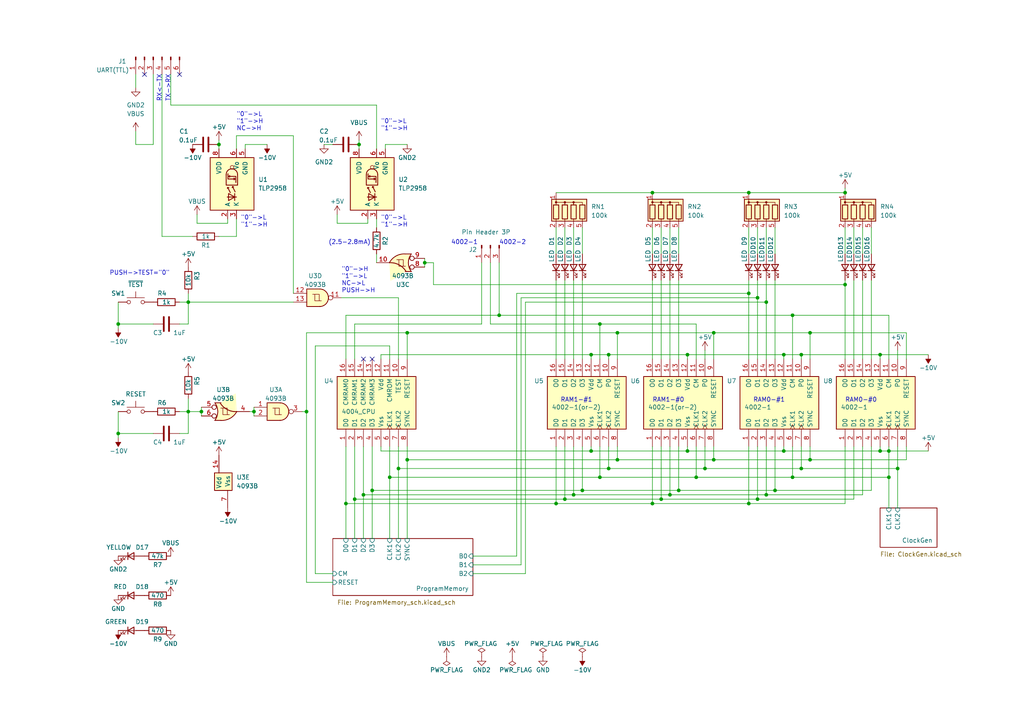
<source format=kicad_sch>
(kicad_sch (version 20211123) (generator eeschema)
  (paper "A4")
  (title_block (title "MSC-4 test board (test4004)") (date "2023-02-20") (rev "0.2") (company "MukaiLab") (comment 1 "rev 0.2") (comment 2 "pin header for selecting 4002-1 or 4002-2 added") (comment 3 "PM bank by RAM0-#1 port added"))
  (lib_symbols
    (symbol "000_MyLibrary:4002_RAM"
      (property "Reference" "U" (at -6.35 13.97 0))
      (property "Value" "4002_RAM" (at 0 11.43 0))
      (symbol "4002_RAM_1_0"
        (pin bidirectional line (at -12.7 7.62 0) (length 5.08) (name "D0") (number "1"))
        (pin input line (at 12.7 -7.62 180) (length 5.08) (name "P0") (number "10"))
        (pin input line (at 12.7 -5.08 180) (length 5.08) (name "CM") (number "11"))
        (pin power_in line (at 12.7 -2.54 180) (length 5.08) (name "Vdd") (number "12"))
        (pin output line (at 12.7 0 180) (length 5.08) (name "O3") (number "13"))
        (pin output line (at 12.7 2.54 180) (length 5.08) (name "O2") (number "14"))
        (pin output line (at 12.7 5.08 180) (length 5.08) (name "O1") (number "15"))
        (pin output line (at 12.7 7.62 180) (length 5.08) (name "O0") (number "16"))
        (pin bidirectional line (at -12.7 5.08 0) (length 5.08) (name "D1") (number "2"))
        (pin bidirectional line (at -12.7 2.54 0) (length 5.08) (name "D2") (number "3"))
        (pin bidirectional line (at -12.7 0 0) (length 5.08) (name "D3") (number "4"))
        (pin power_in line (at -12.7 -2.54 0) (length 5.08) (name "Vss") (number "5"))
        (pin input clock (at -12.7 -5.08 0) (length 5.08) (name "CLK1") (number "6"))
        (pin input clock (at -12.7 -7.62 0) (length 5.08) (name "CLK2") (number "7"))
        (pin input line (at -12.7 -10.16 0) (length 5.08) (name "SYNC") (number "8"))
        (pin input line (at 12.7 -10.16 180) (length 5.08) (name "RESET") (number "9"))
      )
    )
    (symbol "000_MyLibrary:4004_CPU"
      (property "Reference" "U" (at -7.62 13.97 0))
      (property "Value" "4004_CPU" (at 0 11.43 0))
      (symbol "4004_CPU_1_0"
        (pin bidirectional line (at -12.7 7.62 0) (length 5.08) (name "D0") (number "1"))
        (pin input line (at 12.7 -7.62 180) (length 5.08) (name "TEST") (number "10"))
        (pin output line (at 12.7 -5.08 180) (length 5.08) (name "CMROM") (number "11"))
        (pin power_in line (at 12.7 -2.54 180) (length 5.08) (name "Vdd") (number "12"))
        (pin output line (at 12.7 0 180) (length 5.08) (name "CMRAM3") (number "13"))
        (pin output line (at 12.7 2.54 180) (length 5.08) (name "CMRAM2") (number "14"))
        (pin output line (at 12.7 5.08 180) (length 5.08) (name "CMRAM1") (number "15"))
        (pin output line (at 12.7 7.62 180) (length 5.08) (name "CMRAM0") (number "16"))
        (pin bidirectional line (at -12.7 5.08 0) (length 5.08) (name "D1") (number "2"))
        (pin bidirectional line (at -12.7 2.54 0) (length 5.08) (name "D2") (number "3"))
        (pin bidirectional line (at -12.7 0 0) (length 5.08) (name "D3") (number "4"))
        (pin power_in line (at -12.7 -2.54 0) (length 5.08) (name "Vss") (number "5"))
        (pin input clock (at -12.7 -5.08 0) (length 5.08) (name "CLK1") (number "6"))
        (pin input clock (at -12.7 -7.62 0) (length 5.08) (name "CLK2") (number "7"))
        (pin output line (at -12.7 -10.16 0) (length 5.08) (name "SYNC") (number "8"))
        (pin input line (at 12.7 -10.16 180) (length 5.08) (name "RESET") (number "9"))
      )
    )
    (symbol "000_MyLibrary:4093B" (pin_names (offset 1.016))
      (property "Reference" "U" (at -1.27 6.35 0))
      (property "Value" "4093B" (at 1.27 3.81 0))
      (symbol "4093B_1_1"
        (pin input line (at -7.62 1.27 0) (length 3.81) (name "~") (number "1"))
        (pin input line (at -7.62 -1.27 0) (length 3.81) (name "~") (number "2"))
        (pin output inverted (at 6.35 0 180) (length 3.81) (name "~") (number "3"))
      )
      (symbol "4093B_1_2"
        (pin input inverted (at -7.62 1.27 0) (length 4.318) (name "~") (number "1"))
        (pin input inverted (at -7.62 -1.27 0) (length 4.318) (name "~") (number "2"))
        (pin output line (at 6.35 0 180) (length 3.81) (name "~") (number "3"))
      )
      (symbol "4093B_2_1"
        (pin output inverted (at 6.35 0 180) (length 3.81) (name "~") (number "4"))
        (pin input line (at -7.62 1.27 0) (length 3.81) (name "~") (number "5"))
        (pin input line (at -7.62 -1.27 0) (length 3.81) (name "~") (number "6"))
      )
      (symbol "4093B_2_2"
        (pin output line (at 6.35 0 180) (length 3.81) (name "~") (number "4"))
        (pin input inverted (at -7.62 1.27 0) (length 4.318) (name "~") (number "5"))
        (pin input inverted (at -7.62 -1.27 0) (length 4.318) (name "~") (number "6"))
      )
      (symbol "4093B_3_1"
        (pin output inverted (at 6.35 0 180) (length 3.81) (name "~") (number "10"))
        (pin input line (at -7.62 1.27 0) (length 3.81) (name "~") (number "8"))
        (pin input line (at -7.62 -1.27 0) (length 3.81) (name "~") (number "9"))
      )
      (symbol "4093B_3_2"
        (pin output line (at 6.35 0 180) (length 3.81) (name "~") (number "10"))
        (pin input inverted (at -7.62 1.27 0) (length 4.318) (name "~") (number "8"))
        (pin input inverted (at -7.62 -1.27 0) (length 4.318) (name "~") (number "9"))
      )
      (symbol "4093B_4_1"
        (pin output inverted (at 6.35 0 180) (length 3.81) (name "~") (number "11"))
        (pin input line (at -7.62 1.27 0) (length 3.81) (name "~") (number "12"))
        (pin input line (at -7.62 -1.27 0) (length 3.81) (name "~") (number "13"))
      )
      (symbol "4093B_4_2"
        (pin output line (at 6.35 0 180) (length 3.81) (name "~") (number "11"))
        (pin input inverted (at -7.62 1.27 0) (length 4.318) (name "~") (number "12"))
        (pin input inverted (at -7.62 -1.27 0) (length 4.318) (name "~") (number "13"))
      )
      (symbol "4093B_5_0"
        (pin power_in line (at -1.27 7.62 270) (length 5.08) (name "Vdd") (number "14"))
        (pin power_in line (at 1.27 -7.62 90) (length 5.08) (name "Vss") (number "7"))
      )
    )
    (symbol "000_MyLibrary:C" (pin_numbers hide) (pin_names (offset 0.254))
      (property "Reference" "C" (at 0.635 2.54 0))
      (property "Value" "C" (at 0.635 -2.54 0))
      (symbol "C_1_1"
        (pin passive line (at 0 3.81 270) (length 2.794) (name "~") (number "1"))
        (pin passive line (at 0 -3.81 90) (length 2.794) (name "~") (number "2"))
      )
    )
    (symbol "000_MyLibrary:Conn_01x03_Male" (pin_names (offset 1.016) hide)
      (property "Reference" "J" (at 0 5.08 0))
      (property "Value" "Conn_01x03_Male" (at 0 -5.08 0))
      (symbol "Conn_01x03_Male_1_1"
        (pin passive line (at 5.08 2.54 180) (length 3.81) (name "Pin_1") (number "1"))
        (pin passive line (at 5.08 0 180) (length 3.81) (name "Pin_2") (number "2"))
        (pin passive line (at 5.08 -2.54 180) (length 3.81) (name "Pin_3") (number "3"))
      )
    )
    (symbol "000_MyLibrary:LED" (pin_numbers hide) (pin_names (offset 1.016) hide)
      (property "Reference" "D" (at 0.254 2.54 0))
      (property "Value" "LED" (at 0.254 -2.54 0))
      (symbol "LED_1_1"
        (pin passive line (at -3.81 0 0) (length 2.54) (name "K") (number "1"))
        (pin passive line (at 3.81 0 180) (length 2.54) (name "A") (number "2"))
      )
    )
    (symbol "000_MyLibrary:R" (pin_numbers hide) (pin_names (offset 0))
      (property "Reference" "R" (at 2.032 0 90))
      (property "Value" "R" (at 0 0 90))
      (symbol "R_1_1"
        (pin passive line (at 0 3.81 270) (length 1.27) (name "~") (number "1"))
        (pin passive line (at 0 -3.81 90) (length 1.27) (name "~") (number "2"))
      )
    )
    (symbol "000_MyLibrary:SW_Push" (pin_numbers hide) (pin_names (offset 1.016) hide)
      (property "Reference" "SW" (at 1.27 2.54 0))
      (property "Value" "SW_Push" (at 0 -1.524 0))
      (symbol "SW_Push_0_1"
        (pin passive line (at -5.08 0 0) (length 2.54) (name "1") (number "1"))
        (pin passive line (at 5.08 0 180) (length 2.54) (name "2") (number "2"))
      )
    )
    (symbol "000_MyLibrary:TLP2958" (pin_names (offset 1.016))
      (property "Reference" "U" (at -6.35 8.89 0))
      (property "Value" "TLP2958" (at 3.81 8.89 0))
      (symbol "TLP2958_1_1"
        (pin no_connect line (at -10.16 5.08 0) (length 2.54) hide (name "NC") (number "1"))
        (pin passive line (at -10.16 2.54 0) (length 2.54) (name "A") (number "2"))
        (pin passive line (at -10.16 0 0) (length 2.54) (name "K") (number "3"))
        (pin no_connect line (at -10.16 -2.54 0) (length 2.54) hide (name "NC") (number "4"))
        (pin power_in line (at 10.16 -2.54 180) (length 2.54) (name "GND") (number "5"))
        (pin output line (at 10.16 0 180) (length 2.54) (name "Vo") (number "6"))
        (pin no_connect line (at 10.16 2.54 180) (length 2.54) hide (name "NC") (number "7"))
        (pin power_in line (at 10.16 5.08 180) (length 2.54) (name "VDD") (number "8"))
      )
    )
    (symbol "Connector:Conn_01x06_Male" (pin_names (offset 1.016) hide)
      (property "Reference" "J" (at 0 7.62 0))
      (property "Value" "Conn_01x06_Male" (at 0 -10.16 0))
      (symbol "Conn_01x06_Male_1_1"
        (pin passive line (at 5.08 5.08 180) (length 3.81) (name "Pin_1") (number "1"))
        (pin passive line (at 5.08 2.54 180) (length 3.81) (name "Pin_2") (number "2"))
        (pin passive line (at 5.08 0 180) (length 3.81) (name "Pin_3") (number "3"))
        (pin passive line (at 5.08 -2.54 180) (length 3.81) (name "Pin_4") (number "4"))
        (pin passive line (at 5.08 -5.08 180) (length 3.81) (name "Pin_5") (number "5"))
        (pin passive line (at 5.08 -7.62 180) (length 3.81) (name "Pin_6") (number "6"))
      )
    )
    (symbol "Device:R_Network04" (pin_names (offset 0) hide)
      (property "Reference" "RN" (at -7.62 0 90))
      (property "Value" "R_Network04" (at 5.08 0 90))
      (symbol "R_Network04_1_1"
        (pin passive line (at -5.08 5.08 270) (length 2.54) (name "common") (number "1"))
        (pin passive line (at -5.08 -5.08 90) (length 1.27) (name "R1") (number "2"))
        (pin passive line (at -2.54 -5.08 90) (length 1.27) (name "R2") (number "3"))
        (pin passive line (at 0 -5.08 90) (length 1.27) (name "R3") (number "4"))
        (pin passive line (at 2.54 -5.08 90) (length 1.27) (name "R4") (number "5"))
      )
    )
    (symbol "power:+5V" (power) (pin_names (offset 0))
      (property "Value" "+5V" (at 0 3.556 0))
      (symbol "+5V_1_1"
        (pin power_in line (at 0 0 90) (length 0) hide (name "+5V") (number "1"))
      )
    )
    (symbol "power:-10V" (power) (pin_names (offset 0))
      (property "Value" "-10V" (at 0 3.81 0))
      (symbol "-10V_0_0"
        (pin power_in line (at 0 0 90) (length 0) hide (name "-10V") (number "1"))
      )
    )
    (symbol "power:GND" (power) (pin_names (offset 0))
      (property "Value" "GND" (at 0 -3.81 0))
      (symbol "GND_1_1"
        (pin power_in line (at 0 0 270) (length 0) hide (name "GND") (number "1"))
      )
    )
    (symbol "power:GND2" (power) (pin_names (offset 0))
      (property "Value" "GND2" (at 0 -3.81 0))
      (symbol "GND2_1_1"
        (pin power_in line (at 0 0 270) (length 0) hide (name "GND2") (number "1"))
      )
    )
    (symbol "power:PWR_FLAG" (power) (pin_numbers hide) (pin_names (offset 0) hide)
      (property "Value" "PWR_FLAG" (at 0 3.81 0))
      (symbol "PWR_FLAG_0_0"
        (pin power_out line (at 0 0 90) (length 0) (name "pwr") (number "1"))
      )
    )
    (symbol "power:VBUS" (power) (pin_names (offset 0))
      (property "Value" "VBUS" (at 0 3.81 0))
      (symbol "VBUS_1_1"
        (pin power_in line (at 0 0 90) (length 0) hide (name "VBUS") (number "1"))
      )
    )
  )
  (junction (at 232.41 102.87))
  (junction (at 176.53 102.87))
  (junction (at 257.81 138.43))
  (junction (at 255.27 102.87))
  (junction (at 54.61 87.63))
  (junction (at 171.45 130.81))
  (junction (at 222.25 87.63))
  (junction (at 179.07 96.52))
  (junction (at 207.01 133.35))
  (junction (at 189.23 55.88))
  (junction (at 107.95 142.24))
  (junction (at 204.47 135.89))
  (junction (at 257.81 130.81))
  (junction (at 194.31 143.51))
  (junction (at 113.03 138.43))
  (junction (at 219.71 144.78))
  (junction (at 179.07 133.35))
  (junction (at 105.41 143.51))
  (junction (at 260.35 135.89))
  (junction (at 173.99 138.43))
  (junction (at 88.9 119.38))
  (junction (at 54.61 119.38))
  (junction (at 234.95 96.52))
  (junction (at 100.33 146.05))
  (junction (at 191.77 144.78))
  (junction (at 166.37 143.51))
  (junction (at 118.11 133.35))
  (junction (at 227.33 130.81))
  (junction (at 173.99 93.98))
  (junction (at 58.42 119.38))
  (junction (at 73.66 119.38))
  (junction (at 123.19 76.2))
  (junction (at 201.93 138.43))
  (junction (at 245.11 82.55))
  (junction (at 102.87 144.78))
  (junction (at 104.14 41.91))
  (junction (at 229.87 91.44))
  (junction (at 199.39 102.87))
  (junction (at 217.17 55.88))
  (junction (at 34.29 125.73))
  (junction (at 176.53 135.89))
  (junction (at 199.39 130.81))
  (junction (at 171.45 102.87))
  (junction (at 161.29 146.05))
  (junction (at 224.79 142.24))
  (junction (at 219.71 86.36))
  (junction (at 115.57 135.89))
  (junction (at 163.83 144.78))
  (junction (at 234.95 133.35))
  (junction (at 227.33 102.87))
  (junction (at 245.11 55.88))
  (junction (at 229.87 138.43))
  (junction (at 168.91 142.24))
  (junction (at 144.78 91.44))
  (junction (at 63.5 41.91))
  (junction (at 232.41 135.89))
  (junction (at 217.17 85.09))
  (junction (at 207.01 96.52))
  (junction (at 196.85 142.24))
  (junction (at 222.25 143.51))
  (junction (at 118.11 96.52))
  (junction (at 255.27 130.81))
  (junction (at 189.23 146.05))
  (junction (at 34.29 93.98))
  (junction (at 217.17 146.05))
  (no_connect (at 105.41 104.14))
  (no_connect (at 41.91 21.59))
  (no_connect (at 52.07 21.59))
  (no_connect (at 107.95 104.14))
  (wire (pts (xy 191.77 129.54) (xy 191.77 144.78)))
  (wire (pts (xy 106.68 64.77) (xy 106.68 63.5)))
  (wire (pts (xy 168.91 81.28) (xy 168.91 104.14)))
  (wire (pts (xy 217.17 66.04) (xy 217.17 73.66)))
  (wire (pts (xy 107.95 142.24) (xy 168.91 142.24)))
  (wire (pts (xy 232.41 129.54) (xy 232.41 135.89)))
  (wire (pts (xy 137.16 166.37) (xy 152.4 166.37)))
  (wire (pts (xy 113.03 104.14) (xy 113.03 100.33)))
  (wire (pts (xy 199.39 130.81) (xy 227.33 130.81)))
  (wire (pts (xy 250.19 129.54) (xy 250.19 143.51)))
  (wire (pts (xy 189.23 55.88) (xy 217.17 55.88)))
  (wire (pts (xy 111.76 41.91) (xy 118.11 41.91)))
  (wire (pts (xy 222.25 66.04) (xy 222.25 73.66)))
  (wire (pts (xy 107.95 129.54) (xy 107.95 142.24)))
  (wire (pts (xy 222.25 87.63) (xy 222.25 104.14)))
  (wire (pts (xy 257.81 138.43) (xy 257.81 147.32)))
  (wire (pts (xy 245.11 66.04) (xy 245.11 73.66)))
  (wire (pts (xy 142.24 93.98) (xy 173.99 93.98)))
  (wire (pts (xy 222.25 87.63) (xy 152.4 87.63)))
  (wire (pts (xy 115.57 135.89) (xy 115.57 156.21)))
  (wire (pts (xy 245.11 129.54) (xy 245.11 146.05)))
  (wire (pts (xy 255.27 102.87) (xy 269.24 102.87)))
  (wire (pts (xy 173.99 129.54) (xy 173.99 138.43)))
  (wire (pts (xy 57.15 64.77) (xy 66.04 64.77)))
  (wire (pts (xy 204.47 129.54) (xy 204.47 135.89)))
  (wire (pts (xy 110.49 102.87) (xy 110.49 104.14)))
  (wire (pts (xy 99.06 86.36) (xy 115.57 86.36)))
  (wire (pts (xy 58.42 119.38) (xy 58.42 120.65)))
  (wire (pts (xy 118.11 96.52) (xy 179.07 96.52)))
  (wire (pts (xy 173.99 138.43) (xy 201.93 138.43)))
  (wire (pts (xy 68.58 39.37) (xy 68.58 43.18)))
  (wire (pts (xy 109.22 63.5) (xy 109.22 66.04)))
  (wire (pts (xy 199.39 129.54) (xy 199.39 130.81)))
  (wire (pts (xy 123.19 74.93) (xy 123.19 76.2)))
  (wire (pts (xy 168.91 129.54) (xy 168.91 142.24)))
  (wire (pts (xy 85.09 39.37) (xy 85.09 85.09)))
  (wire (pts (xy 96.52 41.91) (xy 93.98 41.91)))
  (wire (pts (xy 88.9 119.38) (xy 88.9 168.91)))
  (wire (pts (xy 229.87 138.43) (xy 257.81 138.43)))
  (wire (pts (xy 247.65 129.54) (xy 247.65 144.78)))
  (wire (pts (xy 161.29 129.54) (xy 161.29 146.05)))
  (wire (pts (xy 161.29 55.88) (xy 189.23 55.88)))
  (wire (pts (xy 176.53 102.87) (xy 176.53 104.14)))
  (wire (pts (xy 201.93 93.98) (xy 201.93 104.14)))
  (wire (pts (xy 217.17 85.09) (xy 217.17 104.14)))
  (wire (pts (xy 34.29 125.73) (xy 44.45 125.73)))
  (wire (pts (xy 247.65 81.28) (xy 247.65 104.14)))
  (wire (pts (xy 54.61 87.63) (xy 85.09 87.63)))
  (wire (pts (xy 52.07 87.63) (xy 54.61 87.63)))
  (wire (pts (xy 34.29 127) (xy 34.29 125.73)))
  (wire (pts (xy 125.73 82.55) (xy 125.73 76.2)))
  (wire (pts (xy 73.66 118.11) (xy 73.66 119.38)))
  (wire (pts (xy 109.22 73.66) (xy 109.22 76.2)))
  (wire (pts (xy 68.58 39.37) (xy 85.09 39.37)))
  (wire (pts (xy 260.35 129.54) (xy 260.35 135.89)))
  (wire (pts (xy 219.71 129.54) (xy 219.71 144.78)))
  (wire (pts (xy 139.7 76.2) (xy 139.7 93.98)))
  (wire (pts (xy 219.71 86.36) (xy 219.71 104.14)))
  (wire (pts (xy 100.33 91.44) (xy 144.78 91.44)))
  (wire (pts (xy 68.58 63.5) (xy 68.58 68.58)))
  (wire (pts (xy 109.22 30.48) (xy 109.22 43.18)))
  (wire (pts (xy 125.73 82.55) (xy 245.11 82.55)))
  (wire (pts (xy 58.42 118.11) (xy 58.42 119.38)))
  (wire (pts (xy 257.81 129.54) (xy 257.81 130.81)))
  (wire (pts (xy 100.33 129.54) (xy 100.33 146.05)))
  (wire (pts (xy 257.81 91.44) (xy 229.87 91.44)))
  (wire (pts (xy 72.39 119.38) (xy 73.66 119.38)))
  (wire (pts (xy 166.37 129.54) (xy 166.37 143.51)))
  (wire (pts (xy 176.53 129.54) (xy 176.53 135.89)))
  (wire (pts (xy 144.78 91.44) (xy 229.87 91.44)))
  (wire (pts (xy 161.29 146.05) (xy 189.23 146.05)))
  (wire (pts (xy 232.41 102.87) (xy 232.41 104.14)))
  (wire (pts (xy 207.01 96.52) (xy 207.01 104.14)))
  (wire (pts (xy 196.85 129.54) (xy 196.85 142.24)))
  (wire (pts (xy 204.47 135.89) (xy 232.41 135.89)))
  (wire (pts (xy 173.99 93.98) (xy 201.93 93.98)))
  (wire (pts (xy 179.07 96.52) (xy 207.01 96.52)))
  (wire (pts (xy 224.79 129.54) (xy 224.79 142.24)))
  (wire (pts (xy 39.37 41.91) (xy 44.45 41.91)))
  (wire (pts (xy 191.77 81.28) (xy 191.77 104.14)))
  (wire (pts (xy 54.61 125.73) (xy 54.61 119.38)))
  (wire (pts (xy 166.37 143.51) (xy 194.31 143.51)))
  (wire (pts (xy 227.33 102.87) (xy 227.33 104.14)))
  (wire (pts (xy 91.44 166.37) (xy 96.52 166.37)))
  (wire (pts (xy 229.87 91.44) (xy 229.87 104.14)))
  (wire (pts (xy 100.33 146.05) (xy 100.33 156.21)))
  (wire (pts (xy 54.61 93.98) (xy 54.61 87.63)))
  (wire (pts (xy 46.99 21.59) (xy 46.99 68.58)))
  (wire (pts (xy 232.41 102.87) (xy 255.27 102.87)))
  (wire (pts (xy 100.33 91.44) (xy 100.33 104.14)))
  (wire (pts (xy 71.12 41.91) (xy 71.12 43.18)))
  (wire (pts (xy 163.83 66.04) (xy 163.83 73.66)))
  (wire (pts (xy 168.91 66.04) (xy 168.91 73.66)))
  (wire (pts (xy 52.07 125.73) (xy 54.61 125.73)))
  (wire (pts (xy 39.37 21.59) (xy 39.37 25.4)))
  (wire (pts (xy 113.03 138.43) (xy 173.99 138.43)))
  (wire (pts (xy 152.4 87.63) (xy 152.4 166.37)))
  (wire (pts (xy 163.83 81.28) (xy 163.83 104.14)))
  (wire (pts (xy 219.71 66.04) (xy 219.71 73.66)))
  (wire (pts (xy 166.37 66.04) (xy 166.37 73.66)))
  (wire (pts (xy 149.86 85.09) (xy 149.86 161.29)))
  (wire (pts (xy 199.39 102.87) (xy 199.39 104.14)))
  (wire (pts (xy 227.33 129.54) (xy 227.33 130.81)))
  (wire (pts (xy 252.73 81.28) (xy 252.73 104.14)))
  (wire (pts (xy 168.91 142.24) (xy 196.85 142.24)))
  (wire (pts (xy 234.95 96.52) (xy 262.89 96.52)))
  (wire (pts (xy 189.23 66.04) (xy 189.23 73.66)))
  (wire (pts (xy 224.79 142.24) (xy 252.73 142.24)))
  (wire (pts (xy 191.77 66.04) (xy 191.77 73.66)))
  (wire (pts (xy 44.45 21.59) (xy 44.45 41.91)))
  (wire (pts (xy 88.9 96.52) (xy 88.9 119.38)))
  (wire (pts (xy 252.73 129.54) (xy 252.73 142.24)))
  (wire (pts (xy 219.71 81.28) (xy 219.71 86.36)))
  (wire (pts (xy 250.19 66.04) (xy 250.19 73.66)))
  (wire (pts (xy 196.85 142.24) (xy 224.79 142.24)))
  (wire (pts (xy 163.83 144.78) (xy 191.77 144.78)))
  (wire (pts (xy 234.95 133.35) (xy 262.89 133.35)))
  (wire (pts (xy 139.7 93.98) (xy 102.87 93.98)))
  (wire (pts (xy 207.01 96.52) (xy 234.95 96.52)))
  (wire (pts (xy 113.03 138.43) (xy 113.03 156.21)))
  (wire (pts (xy 179.07 96.52) (xy 179.07 104.14)))
  (wire (pts (xy 250.19 81.28) (xy 250.19 104.14)))
  (wire (pts (xy 100.33 146.05) (xy 161.29 146.05)))
  (wire (pts (xy 54.61 119.38) (xy 58.42 119.38)))
  (wire (pts (xy 151.13 163.83) (xy 137.16 163.83)))
  (wire (pts (xy 247.65 66.04) (xy 247.65 73.66)))
  (wire (pts (xy 88.9 96.52) (xy 118.11 96.52)))
  (wire (pts (xy 224.79 81.28) (xy 224.79 104.14)))
  (wire (pts (xy 102.87 129.54) (xy 102.87 144.78)))
  (wire (pts (xy 194.31 129.54) (xy 194.31 143.51)))
  (wire (pts (xy 207.01 133.35) (xy 234.95 133.35)))
  (wire (pts (xy 142.24 76.2) (xy 142.24 93.98)))
  (wire (pts (xy 222.25 81.28) (xy 222.25 87.63)))
  (wire (pts (xy 262.89 96.52) (xy 262.89 104.14)))
  (wire (pts (xy 88.9 168.91) (xy 96.52 168.91)))
  (wire (pts (xy 255.27 129.54) (xy 255.27 130.81)))
  (wire (pts (xy 201.93 138.43) (xy 229.87 138.43)))
  (wire (pts (xy 189.23 81.28) (xy 189.23 104.14)))
  (wire (pts (xy 102.87 144.78) (xy 102.87 156.21)))
  (wire (pts (xy 245.11 82.55) (xy 245.11 104.14)))
  (wire (pts (xy 194.31 81.28) (xy 194.31 104.14)))
  (wire (pts (xy 66.04 64.77) (xy 66.04 63.5)))
  (wire (pts (xy 232.41 135.89) (xy 260.35 135.89)))
  (wire (pts (xy 171.45 102.87) (xy 171.45 104.14)))
  (wire (pts (xy 118.11 133.35) (xy 118.11 156.21)))
  (wire (pts (xy 73.66 119.38) (xy 73.66 120.65)))
  (wire (pts (xy 54.61 85.09) (xy 54.61 87.63)))
  (wire (pts (xy 262.89 129.54) (xy 262.89 133.35)))
  (wire (pts (xy 105.41 143.51) (xy 166.37 143.51)))
  (wire (pts (xy 68.58 68.58) (xy 63.5 68.58)))
  (wire (pts (xy 39.37 38.1) (xy 39.37 41.91)))
  (wire (pts (xy 34.29 93.98) (xy 34.29 95.25)))
  (wire (pts (xy 149.86 161.29) (xy 137.16 161.29)))
  (wire (pts (xy 257.81 130.81) (xy 269.24 130.81)))
  (wire (pts (xy 34.29 93.98) (xy 44.45 93.98)))
  (wire (pts (xy 217.17 85.09) (xy 149.86 85.09)))
  (wire (pts (xy 245.11 81.28) (xy 245.11 82.55)))
  (wire (pts (xy 63.5 40.64) (xy 63.5 41.91)))
  (wire (pts (xy 222.25 129.54) (xy 222.25 143.51)))
  (wire (pts (xy 260.35 101.6) (xy 260.35 104.14)))
  (wire (pts (xy 63.5 41.91) (xy 63.5 43.18)))
  (wire (pts (xy 257.81 130.81) (xy 255.27 130.81)))
  (wire (pts (xy 104.14 41.91) (xy 104.14 43.18)))
  (wire (pts (xy 194.31 66.04) (xy 194.31 73.66)))
  (wire (pts (xy 54.61 115.57) (xy 54.61 119.38)))
  (wire (pts (xy 49.53 21.59) (xy 49.53 30.48)))
  (wire (pts (xy 196.85 81.28) (xy 196.85 104.14)))
  (wire (pts (xy 196.85 66.04) (xy 196.85 73.66)))
  (wire (pts (xy 118.11 129.54) (xy 118.11 133.35)))
  (wire (pts (xy 49.53 30.48) (xy 109.22 30.48)))
  (wire (pts (xy 219.71 86.36) (xy 151.13 86.36)))
  (wire (pts (xy 52.07 119.38) (xy 54.61 119.38)))
  (wire (pts (xy 194.31 143.51) (xy 222.25 143.51)))
  (wire (pts (xy 217.17 55.88) (xy 245.11 55.88)))
  (wire (pts (xy 227.33 102.87) (xy 232.41 102.87)))
  (wire (pts (xy 217.17 146.05) (xy 245.11 146.05)))
  (wire (pts (xy 163.83 129.54) (xy 163.83 144.78)))
  (wire (pts (xy 179.07 129.54) (xy 179.07 133.35)))
  (wire (pts (xy 113.03 129.54) (xy 113.03 138.43)))
  (wire (pts (xy 151.13 86.36) (xy 151.13 163.83)))
  (wire (pts (xy 234.95 129.54) (xy 234.95 133.35)))
  (wire (pts (xy 110.49 129.54) (xy 110.49 130.81)))
  (wire (pts (xy 179.07 133.35) (xy 207.01 133.35)))
  (wire (pts (xy 115.57 86.36) (xy 115.57 104.14)))
  (wire (pts (xy 217.17 81.28) (xy 217.17 85.09)))
  (wire (pts (xy 173.99 93.98) (xy 173.99 104.14)))
  (wire (pts (xy 229.87 129.54) (xy 229.87 138.43)))
  (wire (pts (xy 255.27 104.14) (xy 255.27 102.87)))
  (wire (pts (xy 199.39 102.87) (xy 227.33 102.87)))
  (wire (pts (xy 97.79 64.77) (xy 106.68 64.77)))
  (wire (pts (xy 115.57 129.54) (xy 115.57 135.89)))
  (wire (pts (xy 102.87 144.78) (xy 163.83 144.78)))
  (wire (pts (xy 171.45 130.81) (xy 199.39 130.81)))
  (wire (pts (xy 123.19 76.2) (xy 123.19 77.47)))
  (wire (pts (xy 144.78 76.2) (xy 144.78 91.44)))
  (wire (pts (xy 257.81 130.81) (xy 257.81 138.43)))
  (wire (pts (xy 102.87 93.98) (xy 102.87 104.14)))
  (wire (pts (xy 171.45 102.87) (xy 176.53 102.87)))
  (wire (pts (xy 217.17 129.54) (xy 217.17 146.05)))
  (wire (pts (xy 204.47 101.6) (xy 204.47 104.14)))
  (wire (pts (xy 260.35 135.89) (xy 260.35 147.32)))
  (wire (pts (xy 110.49 102.87) (xy 171.45 102.87)))
  (wire (pts (xy 71.12 41.91) (xy 77.47 41.91)))
  (wire (pts (xy 219.71 144.78) (xy 247.65 144.78)))
  (wire (pts (xy 176.53 135.89) (xy 204.47 135.89)))
  (wire (pts (xy 107.95 142.24) (xy 107.95 156.21)))
  (wire (pts (xy 234.95 96.52) (xy 234.95 104.14)))
  (wire (pts (xy 52.07 93.98) (xy 54.61 93.98)))
  (wire (pts (xy 118.11 133.35) (xy 179.07 133.35)))
  (wire (pts (xy 57.15 62.23) (xy 57.15 64.77)))
  (wire (pts (xy 222.25 143.51) (xy 250.19 143.51)))
  (wire (pts (xy 105.41 129.54) (xy 105.41 143.51)))
  (wire (pts (xy 87.63 119.38) (xy 88.9 119.38)))
  (wire (pts (xy 245.11 54.61) (xy 245.11 55.88)))
  (wire (pts (xy 161.29 81.28) (xy 161.29 104.14)))
  (wire (pts (xy 110.49 130.81) (xy 171.45 130.81)))
  (wire (pts (xy 189.23 146.05) (xy 217.17 146.05)))
  (wire (pts (xy 91.44 100.33) (xy 91.44 166.37)))
  (wire (pts (xy 161.29 66.04) (xy 161.29 73.66)))
  (wire (pts (xy 125.73 76.2) (xy 123.19 76.2)))
  (wire (pts (xy 105.41 143.51) (xy 105.41 156.21)))
  (wire (pts (xy 113.03 100.33) (xy 91.44 100.33)))
  (wire (pts (xy 34.29 87.63) (xy 34.29 93.98)))
  (wire (pts (xy 257.81 104.14) (xy 257.81 91.44)))
  (wire (pts (xy 118.11 96.52) (xy 118.11 104.14)))
  (wire (pts (xy 171.45 129.54) (xy 171.45 130.81)))
  (wire (pts (xy 201.93 129.54) (xy 201.93 138.43)))
  (wire (pts (xy 104.14 40.64) (xy 104.14 41.91)))
  (wire (pts (xy 46.99 68.58) (xy 55.88 68.58)))
  (wire (pts (xy 111.76 41.91) (xy 111.76 43.18)))
  (wire (pts (xy 166.37 81.28) (xy 166.37 104.14)))
  (wire (pts (xy 176.53 102.87) (xy 199.39 102.87)))
  (wire (pts (xy 224.79 66.04) (xy 224.79 73.66)))
  (wire (pts (xy 189.23 129.54) (xy 189.23 146.05)))
  (wire (pts (xy 191.77 144.78) (xy 219.71 144.78)))
  (wire (pts (xy 97.79 62.23) (xy 97.79 64.77)))
  (wire (pts (xy 115.57 135.89) (xy 176.53 135.89)))
  (wire (pts (xy 34.29 119.38) (xy 34.29 125.73)))
  (wire (pts (xy 227.33 130.81) (xy 255.27 130.81)))
  (wire (pts (xy 252.73 66.04) (xy 252.73 73.66)))
  (wire (pts (xy 207.01 129.54) (xy 207.01 133.35)))
  (text "TX->RX" (at 49.53 21.59 270) (effects (font (size 1.27 1.27)) (justify right bottom)))
  (text "RAM1-#0" (at 189.23 116.84 0) (effects (font (size 1.27 1.27)) (justify left bottom)))
  (text "RAM1-#1" (at 162.56 116.84 0) (effects (font (size 1.27 1.27)) (justify left bottom)))
  (text "RAM0-#0" (at 245.11 116.84 0) (effects (font (size 1.27 1.27)) (justify left bottom)))
  (text "\"0\"->L\n\"1\"->H" (at 110.49 38.1 0) (effects (font (size 1.27 1.27)) (justify left bottom)))
  (text "PUSH->TEST=\"0\"" (at 31.75 80.01 0) (effects (font (size 1.27 1.27)) (justify left bottom)))
  (text "\"0\"->L\n\"1\"->H" (at 110.49 66.04 0) (effects (font (size 1.27 1.27)) (justify left bottom)))
  (text "4002-2" (at 144.78 71.12 0) (effects (font (size 1.27 1.27)) (justify left bottom)))
  (text "4002-1" (at 130.81 71.12 0) (effects (font (size 1.27 1.27)) (justify left bottom)))
  (text "RX<-TX" (at 46.99 21.59 270) (effects (font (size 1.27 1.27)) (justify right bottom)))
  (text "RAM0-#1" (at 218.44 116.84 0) (effects (font (size 1.27 1.27)) (justify left bottom)))
  (text "\"0\"->L\n\"1\"->H" (at 69.85 66.04 0) (effects (font (size 1.27 1.27)) (justify left bottom)))
  (text "(2.5-2.8mA)" (at 95.25 71.12 0) (effects (font (size 1.27 1.27)) (justify left bottom)))
  (text "\"0\"->L\n\"1\"->H\nNC->H" (at 68.58 38.1 0) (effects (font (size 1.27 1.27)) (justify left bottom)))
  (text "\"0\"->H\n\"1\"->L\nNC->L\nPUSH->H" (at 99.06 85.09 0) (effects (font (size 1.27 1.27)) (justify left bottom)))
  (symbol (lib_id "Device:R_Network04") (at 194.31 60.96 0) (unit 1)
    (property "Reference" "RN2" (at 199.39 59.9439 0) (effects (justify left)))
    (property "Value" "100k" (at 199.39 62.4839 0) (effects (justify left)))
    (property "Footprint" "Resistor_THT:R_Array_SIP5" (effects hide))
    (property "Datasheet" "http://www.vishay.com/docs/31509/csc.pdf" (effects hide))
  )
  (symbol (lib_id "power:+5V") (at 63.5 132.08 0) (unit 1)
    (property "Reference" "#PWR020" (effects hide))
    (property "Value" "+5V" (at 63.5 128.27 0))
  )
  (symbol (lib_id "power:GND2") (at 39.37 25.4 0) (unit 1)
    (property "Reference" "#PWR01" (effects hide))
    (property "Value" "GND2" (at 39.37 30.48 0))
  )
  (symbol (lib_id "000_MyLibrary:R") (at 109.22 69.85 180) (unit 1)
    (property "Reference" "R2" (at 111.76 69.85 90))
    (property "Value" "4.7k" (at 109.22 69.85 90))
  )
  (symbol (lib_id "000_MyLibrary:4004_CPU") (at 107.95 116.84 90) (unit 1)
    (property "Reference" "U4" (at 93.98 110.49 90) (effects (justify right)))
    (property "Value" "4004_CPU" (at 99.06 119.38 90) (effects (justify right)))
  )
  (symbol (lib_id "000_MyLibrary:4002_RAM") (at 196.85 116.84 90) (unit 1)
    (property "Reference" "U6" (at 182.88 110.49 90) (effects (justify right)))
    (property "Value" "4002-1(or-2)" (at 187.96 118.11 90) (effects (justify right)))
  )
  (symbol (lib_id "000_MyLibrary:R") (at 45.72 182.88 90) (unit 1)
    (property "Reference" "R9" (at 45.72 185.42 90))
    (property "Value" "470" (at 45.72 182.88 90))
  )
  (symbol (lib_id "000_MyLibrary:LED") (at 194.31 77.47 90) (unit 1)
    (property "Reference" "D7" (at 193.04 68.58 0) (effects (justify right)))
    (property "Value" "LED" (at 193.04 72.39 0) (effects (justify right)))
  )
  (symbol (lib_id "000_MyLibrary:LED") (at 252.73 77.47 90) (unit 1)
    (property "Reference" "D16" (at 251.46 68.58 0) (effects (justify right)))
    (property "Value" "LED" (at 251.46 72.39 0) (effects (justify right)))
  )
  (symbol (lib_id "000_MyLibrary:LED") (at 38.1 161.29 0) (unit 1)
    (property "Reference" "D17" (at 43.18 158.75 0) (effects (justify right)))
    (property "Value" "YELLOW" (at 38.1 158.75 0) (effects (justify right)))
  )
  (symbol (lib_id "power:-10V") (at 34.29 95.25 180) (unit 1)
    (property "Reference" "#PWR013" (effects hide))
    (property "Value" "-10V" (at 31.75 99.06 0) (effects (justify right)))
  )
  (symbol (lib_id "000_MyLibrary:R") (at 48.26 119.38 90) (unit 1)
    (property "Reference" "R6" (at 46.99 116.84 90))
    (property "Value" "1k" (at 48.26 119.38 90))
  )
  (symbol (lib_id "000_MyLibrary:C") (at 48.26 93.98 270) (unit 1)
    (property "Reference" "C3" (at 45.72 96.52 90))
    (property "Value" "1uF" (at 52.07 96.52 90))
  )
  (symbol (lib_id "000_MyLibrary:LED") (at 247.65 77.47 90) (unit 1)
    (property "Reference" "D14" (at 246.38 68.58 0) (effects (justify right)))
    (property "Value" "LED" (at 246.38 72.39 0) (effects (justify right)))
  )
  (symbol (lib_id "power:-10V") (at 269.24 102.87 180) (unit 1)
    (property "Reference" "#PWR016" (effects hide))
    (property "Value" "-10V" (at 269.24 106.68 0))
  )
  (symbol (lib_id "power:-10V") (at 34.29 127 180) (unit 1)
    (property "Reference" "#PWR018" (effects hide))
    (property "Value" "-10V" (at 31.75 130.81 0) (effects (justify right)))
  )
  (symbol (lib_id "000_MyLibrary:R") (at 54.61 111.76 0) (unit 1)
    (property "Reference" "R5" (at 57.15 110.49 90))
    (property "Value" "10k" (at 54.61 111.76 90))
  )
  (symbol (lib_id "000_MyLibrary:Conn_01x03_Male") (at 142.24 71.12 90) (mirror x) (unit 1)
    (property "Reference" "J2" (at 137.16 72.39 90))
    (property "Value" "Pin Header 3P" (at 140.97 67.31 90))
  )
  (symbol (lib_id "000_MyLibrary:LED") (at 224.79 77.47 90) (unit 1)
    (property "Reference" "D12" (at 223.52 68.58 0) (effects (justify right)))
    (property "Value" "LED" (at 223.52 72.39 0) (effects (justify right)))
  )
  (symbol (lib_id "000_MyLibrary:4093B") (at 115.57 76.2 180) (unit 3) (convert 2)
    (property "Reference" "U3" (at 116.84 82.55 0))
    (property "Value" "4093B" (at 116.84 80.01 0))
    (property "Datasheet" "https://toshiba.semicon-storage.com/jp/semiconductor/product/general-purpose-logic-ics/detail.TC4093BP.html" (effects hide))
  )
  (symbol (lib_id "000_MyLibrary:R") (at 54.61 81.28 0) (unit 1)
    (property "Reference" "R3" (at 57.15 80.01 90))
    (property "Value" "10k" (at 54.61 81.28 90))
  )
  (symbol (lib_id "000_MyLibrary:SW_Push") (at 39.37 119.38 0) (unit 1)
    (property "Reference" "SW2" (at 34.29 116.84 0))
    (property "Value" "RESET" (at 39.37 114.3 0))
  )
  (symbol (lib_id "power:+5V") (at 63.5 40.64 0) (unit 1)
    (property "Reference" "#PWR03" (effects hide))
    (property "Value" "+5V" (at 63.5 36.83 0))
  )
  (symbol (lib_id "power:PWR_FLAG") (at 168.91 190.5 0) (unit 1)
    (property "Reference" "#FLG05" (effects hide))
    (property "Value" "PWR_FLAG" (at 168.91 186.69 0))
  )
  (symbol (lib_id "000_MyLibrary:LED") (at 189.23 77.47 90) (unit 1)
    (property "Reference" "D5" (at 187.96 68.58 0) (effects (justify right)))
    (property "Value" "LED" (at 187.96 72.39 0) (effects (justify right)))
  )
  (symbol (lib_id "000_MyLibrary:LED") (at 196.85 77.47 90) (unit 1)
    (property "Reference" "D8" (at 195.58 68.58 0) (effects (justify right)))
    (property "Value" "LED" (at 195.58 72.39 0) (effects (justify right)))
  )
  (symbol (lib_id "power:VBUS") (at 129.54 190.5 0) (unit 1)
    (property "Reference" "#PWR028" (effects hide))
    (property "Value" "VBUS" (at 129.54 186.69 0))
  )
  (symbol (lib_id "power:+5V") (at 148.59 190.5 0) (unit 1)
    (property "Reference" "#PWR030" (effects hide))
    (property "Value" "+5V" (at 148.59 186.69 0))
  )
  (symbol (lib_id "000_MyLibrary:LED") (at 217.17 77.47 90) (unit 1)
    (property "Reference" "D9" (at 215.9 68.58 0) (effects (justify right)))
    (property "Value" "LED" (at 215.9 72.39 0) (effects (justify right)))
  )
  (symbol (lib_id "power:VBUS") (at 39.37 38.1 0) (unit 1)
    (property "Reference" "#PWR02" (effects hide))
    (property "Value" "VBUS" (at 39.37 33.02 0))
  )
  (symbol (lib_id "000_MyLibrary:LED") (at 250.19 77.47 90) (unit 1)
    (property "Reference" "D15" (at 248.92 68.58 0) (effects (justify right)))
    (property "Value" "LED" (at 248.92 72.39 0) (effects (justify right)))
  )
  (symbol (lib_id "power:-10V") (at 55.88 41.91 180) (unit 1)
    (property "Reference" "#PWR05" (effects hide))
    (property "Value" "-10V" (at 55.88 45.72 0))
  )
  (symbol (lib_id "000_MyLibrary:4002_RAM") (at 224.79 116.84 90) (unit 1)
    (property "Reference" "U7" (at 210.82 110.49 90) (effects (justify right)))
    (property "Value" "4002-1" (at 215.9 118.11 90) (effects (justify right)))
  )
  (symbol (lib_id "000_MyLibrary:LED") (at 191.77 77.47 90) (unit 1)
    (property "Reference" "D6" (at 190.5 68.58 0) (effects (justify right)))
    (property "Value" "LED" (at 190.5 72.39 0) (effects (justify right)))
  )
  (symbol (lib_id "000_MyLibrary:C") (at 48.26 125.73 270) (unit 1)
    (property "Reference" "C4" (at 45.72 128.27 90))
    (property "Value" "1uF" (at 52.07 128.27 90))
  )
  (symbol (lib_id "power:VBUS") (at 104.14 40.64 0) (unit 1)
    (property "Reference" "#PWR04" (effects hide))
    (property "Value" "VBUS" (at 104.14 35.56 0))
  )
  (symbol (lib_id "power:+5V") (at 204.47 101.6 0) (unit 1)
    (property "Reference" "#PWR014" (effects hide))
    (property "Value" "+5V" (at 204.47 97.79 0))
  )
  (symbol (lib_id "power:GND2") (at 118.11 41.91 0) (unit 1)
    (property "Reference" "#PWR08" (effects hide))
    (property "Value" "GND2" (at 118.11 45.72 0))
  )
  (symbol (lib_id "000_MyLibrary:LED") (at 166.37 77.47 90) (unit 1)
    (property "Reference" "D3" (at 165.1 68.58 0) (effects (justify right)))
    (property "Value" "LED" (at 165.1 72.39 0) (effects (justify right)))
  )
  (symbol (lib_id "power:-10V") (at 66.04 147.32 180) (unit 1)
    (property "Reference" "#PWR021" (effects hide))
    (property "Value" "-10V" (at 63.5 151.13 0) (effects (justify right)))
  )
  (symbol (lib_id "000_MyLibrary:LED") (at 161.29 77.47 90) (unit 1)
    (property "Reference" "D1" (at 160.02 68.58 0) (effects (justify right)))
    (property "Value" "LED" (at 160.02 72.39 0) (effects (justify right)))
  )
  (symbol (lib_id "power:-10V") (at 77.47 41.91 180) (unit 1)
    (property "Reference" "#PWR06" (effects hide))
    (property "Value" "-10V" (at 77.47 45.72 0))
  )
  (symbol (lib_id "power:-10V") (at 168.91 190.5 180) (unit 1)
    (property "Reference" "#PWR032" (effects hide))
    (property "Value" "-10V" (at 168.91 194.31 0))
  )
  (symbol (lib_id "Device:R_Network04") (at 250.19 60.96 0) (unit 1)
    (property "Reference" "RN4" (at 255.27 59.9439 0) (effects (justify left)))
    (property "Value" "100k" (at 255.27 62.4839 0) (effects (justify left)))
    (property "Footprint" "Resistor_THT:R_Array_SIP5" (effects hide))
    (property "Datasheet" "http://www.vishay.com/docs/31509/csc.pdf" (effects hide))
  )
  (symbol (lib_id "000_MyLibrary:LED") (at 222.25 77.47 90) (unit 1)
    (property "Reference" "D11" (at 220.98 68.58 0) (effects (justify right)))
    (property "Value" "LED" (at 220.98 72.39 0) (effects (justify right)))
  )
  (symbol (lib_id "000_MyLibrary:LED") (at 245.11 77.47 90) (unit 1)
    (property "Reference" "D13" (at 243.84 68.58 0) (effects (justify right)))
    (property "Value" "LED" (at 243.84 72.39 0) (effects (justify right)))
  )
  (symbol (lib_id "000_MyLibrary:LED") (at 219.71 77.47 90) (unit 1)
    (property "Reference" "D10" (at 218.44 68.58 0) (effects (justify right)))
    (property "Value" "LED" (at 218.44 72.39 0) (effects (justify right)))
  )
  (symbol (lib_id "000_MyLibrary:LED") (at 38.1 172.72 0) (unit 1)
    (property "Reference" "D18" (at 43.18 170.18 0) (effects (justify right)))
    (property "Value" "RED" (at 36.83 170.18 0) (effects (justify right)))
  )
  (symbol (lib_id "Device:R_Network04") (at 222.25 60.96 0) (unit 1)
    (property "Reference" "RN3" (at 227.33 59.9439 0) (effects (justify left)))
    (property "Value" "100k" (at 227.33 62.4839 0) (effects (justify left)))
    (property "Footprint" "Resistor_THT:R_Array_SIP5" (effects hide))
    (property "Datasheet" "http://www.vishay.com/docs/31509/csc.pdf" (effects hide))
  )
  (symbol (lib_id "000_MyLibrary:4093B") (at 64.77 139.7 0) (unit 5)
    (property "Reference" "U3" (at 68.58 138.4299 0) (effects (justify left)))
    (property "Value" "4093B" (at 68.58 140.9699 0) (effects (justify left)))
    (property "Datasheet" "https://toshiba.semicon-storage.com/jp/semiconductor/product/general-purpose-logic-ics/detail.TC4093BP.html" (effects hide))
  )
  (symbol (lib_id "000_MyLibrary:LED") (at 168.91 77.47 90) (unit 1)
    (property "Reference" "D4" (at 167.64 68.58 0) (effects (justify right)))
    (property "Value" "LED" (at 167.64 72.39 0) (effects (justify right)))
  )
  (symbol (lib_id "000_MyLibrary:4093B") (at 66.04 119.38 0) (unit 2) (convert 2)
    (property "Reference" "U3" (at 64.77 113.03 0))
    (property "Value" "4093B" (at 64.77 115.57 0))
    (property "Datasheet" "https://toshiba.semicon-storage.com/jp/semiconductor/product/general-purpose-logic-ics/detail.TC4093BP.html" (effects hide))
  )
  (symbol (lib_id "000_MyLibrary:R") (at 45.72 161.29 90) (unit 1)
    (property "Reference" "R7" (at 45.72 163.83 90))
    (property "Value" "47k" (at 45.72 161.29 90))
  )
  (symbol (lib_id "power:GND") (at 157.48 190.5 0) (unit 1)
    (property "Reference" "#PWR031" (effects hide))
    (property "Value" "GND" (at 157.48 194.31 0))
  )
  (symbol (lib_id "000_MyLibrary:R") (at 59.69 68.58 90) (unit 1)
    (property "Reference" "R1" (at 59.69 71.12 90))
    (property "Value" "1k" (at 59.69 68.58 90))
  )
  (symbol (lib_id "000_MyLibrary:TLP2958") (at 68.58 53.34 90) (unit 1)
    (property "Reference" "U1" (at 74.93 52.0699 90) (effects (justify right)))
    (property "Value" "TLP2958" (at 74.93 54.6099 90) (effects (justify right)))
    (property "Footprint" "Package_DIP:DIP-8_W7.62mm" (effects hide))
    (property "Datasheet" "https://toshiba.semicon-storage.com/jp/semiconductor/product/optoelectronics/detail.TLP2958.html" (effects hide))
  )
  (symbol (lib_id "power:+5V") (at 49.53 172.72 0) (unit 1)
    (property "Reference" "#PWR025" (effects hide))
    (property "Value" "+5V" (at 49.53 168.91 0))
  )
  (symbol (lib_id "000_MyLibrary:4093B") (at 81.28 119.38 0) (unit 1)
    (property "Reference" "U3" (at 80.01 113.03 0))
    (property "Value" "4093B" (at 80.01 115.57 0))
    (property "Datasheet" "https://toshiba.semicon-storage.com/jp/semiconductor/product/general-purpose-logic-ics/detail.TC4093BP.html" (effects hide))
  )
  (symbol (lib_id "power:VBUS") (at 49.53 161.29 0) (unit 1)
    (property "Reference" "#PWR023" (effects hide))
    (property "Value" "VBUS" (at 49.53 157.48 0))
  )
  (symbol (lib_id "power:GND2") (at 93.98 41.91 0) (unit 1)
    (property "Reference" "#PWR07" (effects hide))
    (property "Value" "GND2" (at 93.98 46.99 0))
  )
  (symbol (lib_id "000_MyLibrary:C") (at 100.33 41.91 90) (unit 1)
    (property "Reference" "C2" (at 93.98 38.1 90))
    (property "Value" "0.1uF" (at 95.25 40.64 90))
  )
  (symbol (lib_id "power:PWR_FLAG") (at 157.48 190.5 0) (unit 1)
    (property "Reference" "#FLG04" (effects hide))
    (property "Value" "PWR_FLAG" (at 153.67 186.69 0) (effects (justify left)))
  )
  (symbol (lib_id "000_MyLibrary:R") (at 45.72 172.72 90) (unit 1)
    (property "Reference" "R8" (at 45.72 175.26 90))
    (property "Value" "470" (at 45.72 172.72 90))
  )
  (symbol (lib_id "power:-10V") (at 34.29 182.88 180) (unit 1)
    (property "Reference" "#PWR026" (effects hide))
    (property "Value" "-10V" (at 34.29 186.69 0))
  )
  (symbol (lib_id "000_MyLibrary:4002_RAM") (at 168.91 116.84 90) (unit 1)
    (property "Reference" "U5" (at 154.94 110.49 90) (effects (justify right)))
    (property "Value" "4002-1(or-2)" (at 160.02 118.11 90) (effects (justify right)))
  )
  (symbol (lib_id "Connector:Conn_01x06_Male") (at 44.45 16.51 90) (mirror x) (unit 1)
    (property "Reference" "J1" (at 34.29 17.78 90) (effects (justify right)))
    (property "Value" "UART(TTL)" (at 27.94 20.32 90) (effects (justify right)))
  )
  (symbol (lib_id "power:+5V") (at 260.35 101.6 0) (unit 1)
    (property "Reference" "#PWR015" (effects hide))
    (property "Value" "+5V" (at 260.35 97.79 0))
  )
  (symbol (lib_id "power:+5V") (at 245.11 54.61 0) (unit 1)
    (property "Reference" "#PWR09" (effects hide))
    (property "Value" "+5V" (at 245.11 50.8 0))
  )
  (symbol (lib_id "power:+5V") (at 54.61 107.95 0) (unit 1)
    (property "Reference" "#PWR017" (effects hide))
    (property "Value" "+5V" (at 54.61 104.14 0))
  )
  (symbol (lib_id "000_MyLibrary:LED") (at 38.1 182.88 0) (unit 1)
    (property "Reference" "D19" (at 43.18 180.34 0) (effects (justify right)))
    (property "Value" "GREEN" (at 36.83 180.34 0) (effects (justify right)))
  )
  (symbol (lib_id "power:PWR_FLAG") (at 148.59 190.5 180) (unit 1)
    (property "Reference" "#FLG03" (effects hide))
    (property "Value" "PWR_FLAG" (at 144.78 194.31 0) (effects (justify right)))
  )
  (symbol (lib_id "000_MyLibrary:SW_Push") (at 39.37 87.63 0) (unit 1)
    (property "Reference" "SW1" (at 34.29 85.09 0))
    (property "Value" "~{TEST}" (at 39.37 82.55 0))
  )
  (symbol (lib_id "power:VBUS") (at 57.15 62.23 0) (unit 1)
    (property "Reference" "#PWR010" (effects hide))
    (property "Value" "VBUS" (at 57.15 58.42 0))
  )
  (symbol (lib_id "power:PWR_FLAG") (at 129.54 190.5 180) (unit 1)
    (property "Reference" "#FLG01" (effects hide))
    (property "Value" "PWR_FLAG" (at 129.54 194.31 0))
  )
  (symbol (lib_id "power:GND") (at 49.53 182.88 0) (unit 1)
    (property "Reference" "#PWR027" (effects hide))
    (property "Value" "GND" (at 49.53 186.69 0))
  )
  (symbol (lib_id "000_MyLibrary:TLP2958") (at 109.22 53.34 90) (unit 1)
    (property "Reference" "U2" (at 115.57 52.0699 90) (effects (justify right)))
    (property "Value" "TLP2958" (at 115.57 54.6099 90) (effects (justify right)))
    (property "Footprint" "Package_DIP:DIP-8_W7.62mm" (effects hide))
    (property "Datasheet" "https://toshiba.semicon-storage.com/jp/semiconductor/product/optoelectronics/detail.TLP2958.html" (effects hide))
  )
  (symbol (lib_id "power:GND2") (at 34.29 161.29 0) (unit 1)
    (property "Reference" "#PWR022" (effects hide))
    (property "Value" "GND2" (at 34.29 165.1 0))
  )
  (symbol (lib_id "000_MyLibrary:LED") (at 163.83 77.47 90) (unit 1)
    (property "Reference" "D2" (at 162.56 68.58 0) (effects (justify right)))
    (property "Value" "LED" (at 162.56 72.39 0) (effects (justify right)))
  )
  (symbol (lib_id "power:PWR_FLAG") (at 139.7 190.5 0) (unit 1)
    (property "Reference" "#FLG02" (effects hide))
    (property "Value" "PWR_FLAG" (at 134.62 186.69 0) (effects (justify left)))
  )
  (symbol (lib_id "000_MyLibrary:4002_RAM") (at 252.73 116.84 90) (unit 1)
    (property "Reference" "U8" (at 238.76 110.49 90) (effects (justify right)))
    (property "Value" "4002-1" (at 243.84 118.11 90) (effects (justify right)))
  )
  (symbol (lib_id "power:GND") (at 34.29 172.72 0) (unit 1)
    (property "Reference" "#PWR024" (effects hide))
    (property "Value" "GND" (at 34.29 176.53 0))
  )
  (symbol (lib_id "Device:R_Network04") (at 166.37 60.96 0) (unit 1)
    (property "Reference" "RN1" (at 171.45 59.9439 0) (effects (justify left)))
    (property "Value" "100k" (at 171.45 62.4839 0) (effects (justify left)))
    (property "Footprint" "Resistor_THT:R_Array_SIP5" (effects hide))
    (property "Datasheet" "http://www.vishay.com/docs/31509/csc.pdf" (effects hide))
  )
  (symbol (lib_id "000_MyLibrary:4093B") (at 92.71 86.36 0) (unit 4)
    (property "Reference" "U3" (at 91.44 80.01 0))
    (property "Value" "4093B" (at 91.44 82.55 0))
    (property "Datasheet" "https://toshiba.semicon-storage.com/jp/semiconductor/product/general-purpose-logic-ics/detail.TC4093BP.html" (effects hide))
  )
  (symbol (lib_id "power:+5V") (at 97.79 62.23 0) (unit 1)
    (property "Reference" "#PWR011" (effects hide))
    (property "Value" "+5V" (at 97.79 58.42 0))
  )
  (symbol (lib_id "power:+5V") (at 54.61 77.47 0) (unit 1)
    (property "Reference" "#PWR012" (effects hide))
    (property "Value" "+5V" (at 54.61 73.66 0))
  )
  (symbol (lib_id "power:GND2") (at 139.7 190.5 0) (unit 1)
    (property "Reference" "#PWR029" (effects hide))
    (property "Value" "GND2" (at 139.7 194.31 0))
  )
  (symbol (lib_id "000_MyLibrary:C") (at 59.69 41.91 90) (unit 1)
    (property "Reference" "C1" (at 53.34 38.1 90))
    (property "Value" "0.1uF" (at 54.61 40.64 90))
  )
  (symbol (lib_id "power:+5V") (at 269.24 130.81 0) (unit 1)
    (property "Reference" "#PWR019" (effects hide))
    (property "Value" "+5V" (at 269.24 127 0))
  )
  (symbol (lib_id "000_MyLibrary:R") (at 48.26 87.63 90) (unit 1)
    (property "Reference" "R4" (at 46.99 85.09 90))
    (property "Value" "1k" (at 48.26 87.63 90))
  )
  (sheet (at 255.27 147.32) (size 16.51 11.43) (stroke (width 0.1524))
    (property "Sheet name" "ClockGen" (at 261.62 157.48 0) (effects (justify left bottom)))
    (property "Sheet file" "ClockGen.kicad_sch" (at 255.27 160.02 0) (effects (justify left top)))
    (pin "CLK1" input (at 257.81 147.32 90))
    (pin "CLK2" input (at 260.35 147.32 90))
  )
  (sheet (at 96.52 156.21) (size 40.64 16.51) (stroke (width 0.1524))
    (property "Sheet name" "ProgramMemory" (at 120.65 171.45 0) (effects (justify left bottom)))
    (property "Sheet file" "ProgramMemory_sch.kicad_sch" (at 97.79 173.99 0) (effects (justify left top)))
    (pin "D0" input (at 100.33 156.21 90))
    (pin "D1" input (at 102.87 156.21 90))
    (pin "D2" input (at 105.41 156.21 90))
    (pin "SYNC" input (at 118.11 156.21 90))
    (pin "CLK2" input (at 115.57 156.21 90))
    (pin "D3" input (at 107.95 156.21 90))
    (pin "CLK1" input (at 113.03 156.21 90))
    (pin "CM" input (at 96.52 166.37 180))
    (pin "RESET" input (at 96.52 168.91 180))
    (pin "B1" input (at 137.16 163.83 0))
    (pin "B0" input (at 137.16 161.29 0))
    (pin "B2" input (at 137.16 166.37 0))
  )
)
</source>
